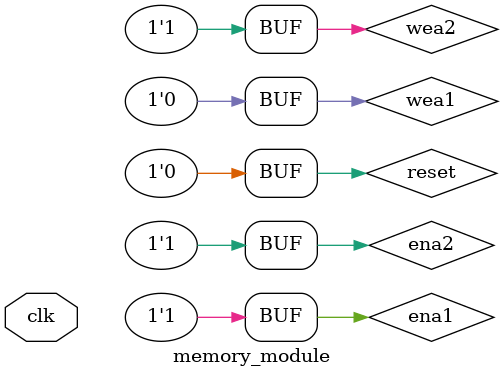
<source format=v>
`timescale 1ns/1ps

module memory_module(clk);
wire [7:0] data;
wire [7:0] din;
wire [8:0] dout2;
reg [8:0] din2;
reg wea1,ena1; //created due to block ram ena:enablea to enable port wea:write enable to port
reg wea2,ena2;
reg [3:0]counter;
reg reset;
input clk; //no testbench here for this code
reg [7:0] register1; //declare an 8-byte memory
reg [7:0] register2; //declare an 8-byte memory

reg [2:0] address1; //3 bit address
reg [2:0] address2; //3 bit address
integer file1;
integer count=0;


blk_mem_gen_0 your_instance_name (
  .clka(clk),    // input wire clka
  .ena(ena1),      // input wire ena
  .wea(wea1),      // input wire [0 : 0] wea
  .addra(address1),  // input wire [2 : 0] addra
  .dina(din),    // input wire [7 : 0] dina
  .douta(data)  // output wire [7 : 0] douta
);

//vio_0 vio_instance (
//  .clk(clk),                // input wire clk
//  .probe_in0(din2),    // input wire [8 : 0] probe_in0
//  .probe_out0(reset)  // output wire [0 : 0] probe_out0
//);

ila_0 ila_instance (
	.clk(clk), // input wire clk


	.probe0(address1), // input wire [2:0]  probe0  
	.probe1(address2), // input wire [2:0]  probe1 
	.probe2(register1), // input wire [7:0]  probe2 
	.probe3(register2), // input wire [7:0]  probe3 
	.probe4(data), // input wire [7:0]  probe4 
	.probe5(din2), // input wire [8:0]  probe5 
	.probe6(dout2), // input wire [8:0]  probe6
	.probe7(counter) // input wire [3:0]  probe7

);

blk_mem_gen_1 blk_instance_2 (
  .clka(clk),    // input wire clka
  .ena(ena2),      // input wire ena
  .wea(wea2),      // input wire [0 : 0] wea
  .addra(address2),  // input wire [2 : 0] addr
  .dina(din2),    // input wire [8 : 0] dina
  .douta(dout2)  // output wire [8 : 0] douta
);

//initial begin
//reset=1;
//#10;
//reset=0;
//end

initial
begin
ena1=1;
wea1=0; //read only
ena2=1;
wea2=1; //write
//clk=0;
address1=3'b000;
address2=3'b000;
reset=0;
counter=4'b0000;
//read memory file init.dat. address locations given in memory starting with @
//$readmemb("init.dat", memory);
//file1=$fopen("output.txt");


//$dumpfile ("mem_out.vcd"); 
//$dumpvars(0,memory_module);

end
//always
//#5 clk=~clk;

always@(posedge clk)
begin
counter=counter+1;
end
always@(posedge counter[3])
count<=count+1;
always @(posedge counter[3])
begin
if(count%3==0)
begin
	register1<=data;
	address1<=address1+3'b001;
end
	//$display("Memory [%0d] = %b", address, data);
	//address=address+3'b001;
end

always @(posedge counter[3])
begin
if(count%3==1)

register2<=data;
	//address2=address2+3'b001;
end

always @(posedge counter[3])
begin
if(count%3==2)
begin
    din2<=register1+register2;
	address2<=address2+3'b001;
	end
end
//$fdisplay(file1,"Memory [%0d] = %b", address,data);
//$fclose(file1);
//initial #800 $finish;
endmodule



</source>
